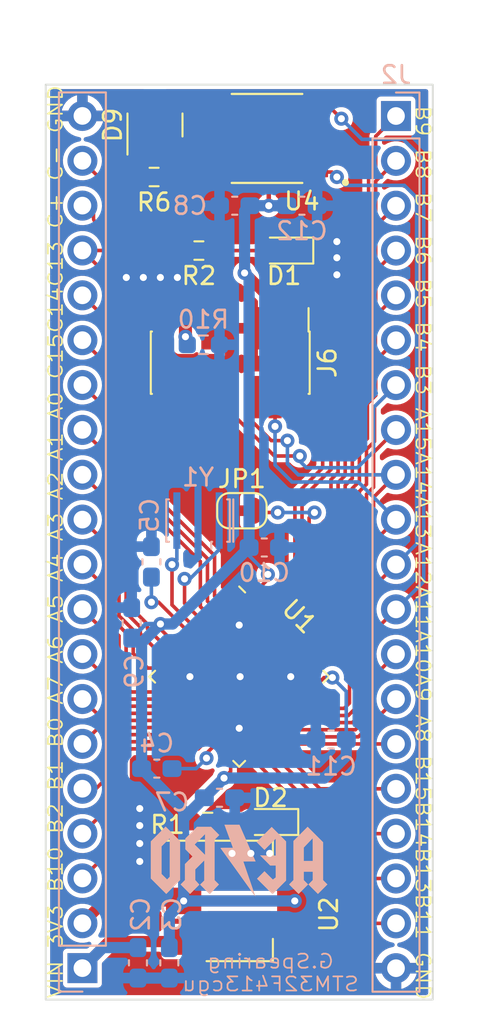
<source format=kicad_pcb>
(kicad_pcb (version 20211014) (generator pcbnew)
  (layers (0 "F.Cu" signal) (31 "B.Cu" signal) (34 "B.Paste" user) (35 "F.Paste" user) (36 "B.SilkS" user "B.Silkscreen") (37 "F.SilkS" user "F.Silkscreen") (38 "B.Mask" user) (39 "F.Mask" user) (44 "Edge.Cuts" user))
  (net 0 "")
  (net 1 "VDD")
  (net 2 "GND")
  (net 3 "+3V3")
  (net 4 "Net-(C4-Pad1)")
  (net 5 "Net-(C5-Pad1)")
  (net 6 "Net-(D1-Pad2)")
  (net 7 "Net-(D2-Pad2)")
  (net 8 "/CAN_N")
  (net 9 "/CAN_P")
  (net 10 "C13")
  (net 11 "C14")
  (net 12 "C15")
  (net 13 "B0")
  (net 14 "B1")
  (net 15 "B2")
  (net 16 "B3_TRACESWO")
  (net 17 "B4")
  (net 18 "B5")
  (net 19 "B6")
  (net 20 "B7")
  (net 21 "B8")
  (net 22 "B9")
  (net 23 "B10")
  (net 24 "B11")
  (net 25 "B13")
  (net 26 "B14")
  (net 27 "B15")
  (net 28 "A0")
  (net 29 "A1")
  (net 30 "A2")
  (net 31 "A3")
  (net 32 "A4")
  (net 33 "A5")
  (net 34 "A6")
  (net 35 "A7")
  (net 36 "A8")
  (net 37 "A9")
  (net 38 "A10")
  (net 39 "A11")
  (net 40 "A12")
  (net 41 "A13_SWDIO")
  (net 42 "A14_SWCLK")
  (net 43 "A15")
  (net 48 "Net-(J6-Pad11)")
  (net 52 "Net-(U1-Pad44)")
  (net 54 "Net-(U1-Pad5)")
  (net 55 "Net-(U1-Pad6)")
  (footprint "LED_SMD:LED_0603_1608Metric_Pad1.05x0.95mm_HandSolder" (layer "F.Cu") (at 155.3578 99.6696 180)
    (fp_text reference "D2")
    (fp_text value "LED")
  )
  (footprint "Resistor_SMD:R_0603_1608Metric_Pad0.98x0.95mm_HandSolder" (layer "F.Cu") (at 151.892 99.6696 180)
    (fp_text reference "R1")
    (fp_text value "330")
  )
  (footprint "Resistor_SMD:R_0603_1608Metric_Pad0.98x0.95mm_HandSolder" (layer "F.Cu") (at 151.384 67.31 180)
    (fp_text reference "R2")
    (fp_text value "330")
  )
  (footprint "AERO_Footprints:SOIC127P600X175-8N" (layer "F.Cu") (at 155.247 60.96 180)
    (fp_text reference "U4")
    (fp_text value "MAX33054EASA+T")
  )
  (footprint "Jumper:SolderJumper-2_P1.3mm_Bridged_RoundedPad1.0x1.5mm" (layer "F.Cu") (at 153.8224 82.042)
    (fp_text reference "JP1")
    (fp_text value "SolderJumper_2_Bridged")
  )
  (footprint "Package_DFN_QFN:QFN-48-1EP_7x7mm_P0.5mm_EP5.6x5.6mm" (layer "F.Cu") (at 153.67 91.44 -45)
    (fp_text reference "U1")
    (fp_text value "STM32F413CGUx")
  )
  (footprint "Resistor_SMD:R_0603_1608Metric_Pad0.98x0.95mm_HandSolder" (layer "F.Cu") (at 148.844 63.1444 180)
    (fp_text reference "R6")
    (fp_text value "120")
  )
  (footprint "Package_TO_SOT_SMD:SOT-223-3_TabPin2" (layer "F.Cu") (at 153.67 104.14)
    (fp_text reference "U2")
    (fp_text value "LD1117S33TR_SOT223")
  )
  (footprint "Connector_PinHeader_1.27mm:PinHeader_2x07_P1.27mm_Vertical_SMD" (layer "F.Cu") (at 153.162 73.66 -90)
    (fp_text reference "J6")
    (fp_text value "FTSH-107-01-F-DV-K")
  )
  (footprint "Package_TO_SOT_SMD:SOT-23" (layer "F.Cu") (at 148.8948 60.198 90)
    (fp_text reference "D9")
    (fp_text value "DESD2CAN2SOQ-7")
  )
  (footprint "LED_SMD:LED_0603_1608Metric_Pad1.05x0.95mm_HandSolder" (layer "F.Cu") (at 156.21 67.31 180)
    (fp_text reference "D1")
    (fp_text value "LED")
  )
  (footprint "Capacitor_SMD:C_0603_1608Metric_Pad1.08x0.95mm_HandSolder" (layer "B.Cu") (at 157.226 64.77)
    (fp_text reference "C12")
    (fp_text value "0.1u")
  )
  (footprint "Capacitor_SMD:C_0603_1608Metric_Pad1.08x0.95mm_HandSolder" (layer "B.Cu") (at 158.877 94.996 180)
    (fp_text reference "C11")
    (fp_text value "0.1u")
  )
  (footprint "Capacitor_SMD:C_0603_1608Metric_Pad1.08x0.95mm_HandSolder" (layer "B.Cu") (at 147.574 88.392 90)
    (fp_text reference "C9")
    (fp_text value "0.1u")
  )
  (footprint "Capacitor_SMD:C_0603_1608Metric_Pad1.08x0.95mm_HandSolder" (layer "B.Cu") (at 155.0924 84.1248)
    (fp_text reference "C10")
    (fp_text value "0.1u")
  )
  (footprint "Resistor_SMD:R_0603_1608Metric_Pad0.98x0.95mm_HandSolder" (layer "B.Cu") (at 151.638 72.644 180)
    (fp_text reference "R10")
    (fp_text value "100")
  )
  (footprint "AERO_Footprints:Resonator_SMD_muRata_CSTxExxV-3Pin_3.0x1.1mm_HandSoldering" (layer "B.Cu") (at 151.3348 82.6008 180)
    (fp_text reference "Y1")
    (fp_text value "CSTNE8M00")
  )
  (footprint "Connector_PinHeader_2.54mm:PinHeader_1x20_P2.54mm_Vertical" (layer "B.Cu") (at 162.56 59.69 180)
    (fp_text reference "J2")
    (fp_text value "Conn_01x20")
  )
  (footprint "Capacitor_SMD:C_0603_1608Metric_Pad1.08x0.95mm_HandSolder" (layer "B.Cu") (at 148.6916 84.9376 90)
    (fp_text reference "C5")
    (fp_text value "0.1u")
  )
  (footprint "AERO_Footprints:AERO_Logo_10x4mm" (layer "B.Cu") (at 153.67 101.854 180)
    (fp_text reference "G***" hide)
    (fp_text value "LOGO" hide)
  )
  (footprint "Connector_PinHeader_2.54mm:PinHeader_1x20_P2.54mm_Vertical" (layer "B.Cu") (at 144.78 107.945)
    (fp_text reference "J3" hide)
    (fp_text value "Conn_01x20")
  )
  (footprint "Capacitor_SMD:C_0603_1608Metric_Pad1.08x0.95mm_HandSolder" (layer "B.Cu") (at 149.7076 107.6463 -90)
    (fp_text reference "C3")
    (fp_text value "10u")
  )
  (footprint "Capacitor_SMD:C_0603_1608Metric_Pad1.08x0.95mm_HandSolder" (layer "B.Cu") (at 153.416 64.77 180)
    (fp_text reference "C8")
    (fp_text value "0.1u")
  )
  (footprint "Capacitor_SMD:C_0603_1608Metric_Pad1.08x0.95mm_HandSolder" (layer "B.Cu") (at 148.9975 96.647 180)
    (fp_text reference "C4")
    (fp_text value "4.7u")
  )
  (footprint "Capacitor_SMD:C_0603_1608Metric_Pad1.08x0.95mm_HandSolder" (layer "B.Cu") (at 152.5535 98.298)
    (fp_text reference "C7")
    (fp_text value "0.1u")
  )
  (footprint "Capacitor_SMD:C_0603_1608Metric_Pad1.08x0.95mm_HandSolder" (layer "B.Cu") (at 147.9296 107.6452 -90)
    (fp_text reference "C2")
    (fp_text value ".1u")
  )
  (gr_rect (start 142.6972 57.912) (end 164.6428 109.728) (layer "Edge.Cuts") (width 0.1) (fill none))
  (gr_text "G.Spearing\nSTM32F413cgu" (at 155.448 108.204) (layer "B.SilkS") (effects (font (size 0.8 0.9) (thickness 0.1)) (justify mirror)))
  (gr_text "A12A11A10A9 A8 B15B14B13B11 GND" (at 164.084 96.774 270) (layer "F.SilkS") (effects (font (size 0.8 0.9) (thickness 0.1))))
  (gr_text "B9 B8 B7 B6 B5 B4 B3 A15A14A13" (at 164.084 71.374 270) (layer "F.SilkS") (effects (font (size 0.8 0.9) (thickness 0.1))))
  (gr_text "VIN 3V3 B10 B2 B1 B0 A7 A6 A5 A4 A3 A2" (at 143.256 94.742 90) (layer "F.SilkS") (effects (font (size 0.8 0.9) (thickness 0.1))))
  (gr_text "A1 A0 C15C14C13 C+ C- GND" (at 143.256 68.58 90) (layer "F.SilkS") (effects (font (size 0.8 0.9) (thickness 0.1))))
  (segment (start 150.52 106.44) (end 146.285 106.44) (width 0.635) (layer "F.Cu") (net 1))
  (segment (start 146.285 106.44) (end 144.78 107.945) (width 0.635) (layer "F.Cu") (net 1))
  (segment (start 145.9423 106.7827) (end 144.78 107.945) (width 0.635) (layer "B.Cu") (net 1))
  (segment (start 147.9296 106.7827) (end 145.9423 106.7827) (width 0.635) (layer "B.Cu") (net 1))
  (segment (start 154.509689 87.41833) (end 153.67 88.258019) (width 0.2032) (layer "F.Cu") (net 2))
  (segment (start 153.67 88.258019) (end 153.67 91.44) (width 0.2032) (layer "F.Cu") (net 2))
  (segment (start 156.851981 91.44) (end 153.7208 91.44) (width 0.2032) (layer "F.Cu") (net 2))
  (segment (start 152.609339 91.44) (end 153.67 91.44) (width 0.2032) (layer "F.Cu") (net 2))
  (segment (start 152.830311 95.46167) (end 153.67 94.621981) (width 0.2032) (layer "F.Cu") (net 2))
  (segment (start 150.70899 89.539651) (end 152.609339 91.44) (width 0.2032) (layer "F.Cu") (net 2))
  (segment (start 153.7208 91.44) (end 153.67 91.44) (width 0.2032) (layer "F.Cu") (net 2))
  (segment (start 157.69167 92.279689) (end 156.851981 91.44) (width 0.2032) (layer "F.Cu") (net 2))
  (segment (start 153.67 94.621981) (end 153.67 91.44) (width 0.2032) (layer "F.Cu") (net 2))
  (via (at 153.67 88.519) (size 0.8) (drill 0.4) (layers "F.Cu" "B.Cu") (net 2))
  (via (at 153.7208 91.44) (size 0.8) (drill 0.4) (layers "F.Cu" "B.Cu") (net 2))
  (via (at 153.2636 101.4476) (size 0.8) (drill 0.4) (layers "F.Cu" "B.Cu") (net 2))
  (via (at 148.0312 100.8888) (size 0.8) (drill 0.4) (layers "F.Cu" "B.Cu") (net 2))
  (via (at 147.2692 68.834) (size 0.8) (drill 0.4) (layers "F.Cu" "B.Cu") (net 2))
  (via (at 154.3304 101.4476) (size 0.8) (drill 0.4) (layers "F.Cu" "B.Cu") (net 2))
  (via (at 153.67 94.361) (size 0.8) (drill 0.4) (layers "F.Cu" "B.Cu") (net 2))
  (via (at 159.2072 68.6816) (size 0.8) (drill 0.4) (layers "F.Cu" "B.Cu") (net 2))
  (via (at 156.591 91.44) (size 0.8) (drill 0.4) (layers "F.Cu" "B.Cu") (net 2))
  (via (at 150.876 91.44) (size 0.8) (drill 0.4) (layers "F.Cu" "B.Cu") (net 2))
  (via (at 155.3972 101.4476) (size 0.8) (drill 0.4) (layers "F.Cu" "B.Cu") (net 2))
  (via (at 148.2344 68.834) (size 0.8) (drill 0.4) (layers "F.Cu" "B.Cu") (net 2))
  (via (at 150.1648 68.834) (size 0.8) (drill 0.4) (layers "F.Cu" "B.Cu") (net 2))
  (via (at 159.2072 67.7164) (size 0.8) (drill 0.4) (layers "F.Cu" "B.Cu") (net 2))
  (via (at 148.0312 101.9048) (size 0.8) (drill 0.4) (layers "F.Cu" "B.Cu") (net 2))
  (via (at 159.2072 66.802) (size 0.8) (drill 0.4) (layers "F.Cu" "B.Cu") (net 2))
  (via (at 148.0312 98.9076) (size 0.8) (drill 0.4) (layers "F.Cu" "B.Cu") (net 2))
  (via (at 149.1996 68.834) (size 0.8) (drill 0.4) (layers "F.Cu" "B.Cu") (net 2))
  (via (at 148.0312 99.8728) (size 0.8) (drill 0.4) (layers "F.Cu" "B.Cu") (net 2))
  (segment (start 149.7076 108.5088) (end 147.9307 108.5088) (width 0.635) (layer "B.Cu") (net 2))
  (segment (start 147.9307 108.5088) (end 147.9296 108.5077) (width 0.635) (layer "B.Cu") (net 2))
  (segment (start 146.045 104.14) (end 150.52 104.14) (width 0.635) (layer "F.Cu") (net 3))
  (segment (start 153.183864 96.805136) (end 152.8086 97.1804) (width 0.2032) (layer "F.Cu") (net 3))
  (segment (start 154.4066 59.055) (end 152.772 59.055) (width 0.254) (layer "F.Cu") (net 3))
  (segment (start 153.9748 68.58) (end 155.702 70.3072) (width 0.635) (layer "F.Cu") (net 3))
  (segment (start 149.203826 88.457193) (end 149.203826 88.741593) (width 0.2032) (layer "F.Cu") (net 3))
  (segment (start 155.2956 85.925313) (end 154.156136 87.064777) (width 0.2032) (layer "F.Cu") (net 3))
  (segment (start 149.203826 88.741593) (end 150.355437 89.893204) (width 0.2032) (layer "F.Cu") (net 3))
  (segment (start 150.9795 99.0095) (end 152.8086 97.1804) (width 0.635) (layer "F.Cu") (net 3))
  (segment (start 155.3464 61.468) (end 155.3464 59.9948) (width 0.254) (layer "F.Cu") (net 3))
  (segment (start 156.4894 60.325) (end 155.3464 61.468) (width 0.254) (layer "F.Cu") (net 3))
  (segment (start 155.2956 85.6488) (end 155.2956 85.925313) (width 0.2032) (layer "F.Cu") (net 3))
  (segment (start 157.722 60.325) (end 156.4894 60.325) (width 0.254) (layer "F.Cu") (net 3))
  (segment (start 150.9795 99.6696) (end 150.9795 99.0095) (width 0.635) (layer "F.Cu") (net 3))
  (segment (start 144.78 105.405) (end 146.045 104.14) (width 0.635) (layer "F.Cu") (net 3))
  (segment (start 153.183864 95.815223) (end 153.183864 96.805136) (width 0.2032) (layer "F.Cu") (net 3))
  (segment (start 155.3464 59.9948) (end 154.4066 59.055) (width 0.254) (layer "F.Cu") (net 3))
  (segment (start 158.480559 91.4908) (end 158.045223 91.926136) (width 0.2032) (layer "F.Cu") (net 3))
  (segment (start 155.3464 61.468) (end 155.3464 64.77) (width 0.254) (layer "F.Cu") (net 3))
  (segment (start 156.82 104.14) (end 150.52 104.14) (width 0.635) (layer "F.Cu") (net 3))
  (segment (start 155.702 70.3072) (end 155.702 71.71) (width 0.635) (layer "F.Cu") (net 3))
  (segment (start 158.9532 91.4908) (end 158.480559 91.4908) (width 0.2032) (layer "F.Cu") (net 3))
  (via (at 152.8086 97.1804) (size 0.8) (drill 0.4) (layers "F.Cu" "B.Cu") (net 3))
  (via (at 156.82 104.14) (size 0.8) (drill 0.4) (layers "F.Cu" "B.Cu") (net 3))
  (via (at 158.9532 91.4908) (size 0.8) (drill 0.4) (layers "F.Cu" "B.Cu") (net 3))
  (via (at 153.9748 68.58) (size 0.8) (drill 0.4) (layers "F.Cu" "B.Cu") (net 3))
  (via (at 155.3464 64.77) (size 0.8) (drill 0.4) (layers "F.Cu" "B.Cu") (net 3))
  (via (at 150.52 104.14) (size 0.8) (drill 0.4) (layers "F.Cu" "B.Cu") (net 3))
  (via (at 155.2956 85.6488) (size 0.8) (drill 0.4) (layers "F.Cu" "B.Cu") (net 3))
  (via (at 149.203826 88.457193) (size 0.8) (drill 0.4) (layers "F.Cu" "B.Cu") (net 3))
  (segment (start 151.691 98.298) (end 152.8086 97.1804) (width 0.635) (layer "B.Cu") (net 3))
  (segment (start 154.2299 84.1248) (end 154.2299 84.5831) (width 0.2032) (layer "B.Cu") (net 3))
  (segment (start 149.203826 88.457193) (end 148.371307 88.457193) (width 0.25) (layer "B.Cu") (net 3))
  (segment (start 154.2299 84.5831) (end 155.2956 85.6488) (width 0.2032) (layer "B.Cu") (net 3))
  (segment (start 148.135 89.526019) (end 149.203826 88.457193) (width 0.635) (layer "B.Cu") (net 3))
  (segment (start 150.52 99.032) (end 148.135 96.647) (width 0.635) (layer "B.Cu") (net 3))
  (segment (start 149.7076 104.9524) (end 150.52 104.14) (width 0.635) (layer "B.Cu") (net 3))
  (segment (start 149.897507 88.457193) (end 149.203826 88.457193) (width 0.635) (layer "B.Cu") (net 3))
  (segment (start 154.2785 64.77) (end 155.3464 64.77) (width 0.635) (layer "B.Cu") (net 3))
  (segment (start 150.52 104.14) (end 150.52 99.469) (width 0.635) (layer "B.Cu") (net 3))
  (segment (start 150.52 104.14) (end 156.82 104.14) (width 0.635) (layer "B.Cu") (net 3))
  (segment (start 150.52 99.469) (end 150.52 99.032) (width 0.635) (layer "B.Cu") (net 3))
  (segment (start 150.52 99.469) (end 151.691 98.298) (width 0.635) (layer "B.Cu") (net 3))
  (segment (start 156.3635 64.77) (end 155.3464 64.77) (width 0.635) (layer "B.Cu") (net 3))
  (segment (start 158.496 97.1804) (end 159.7395 95.9369) (width 0.635) (layer "B.Cu") (net 3))
  (segment (start 149.7076 106.7838) (end 149.7076 104.9524) (width 0.635) (layer "B.Cu") (net 3))
  (segment (start 152.8086 97.1804) (end 158.496 97.1804) (width 0.635) (layer "B.Cu") (net 3))
  (segment (start 153.9748 68.58) (end 153.9748 65.0737) (width 0.635) (layer "B.Cu") (net 3))
  (segment (start 148.135 96.647) (end 148.135 89.526019) (width 0.635) (layer "B.Cu") (net 3))
  (segment (start 159.7395 92.2771) (end 158.9532 91.4908) (width 0.2032) (layer "B.Cu") (net 3))
  (segment (start 154.2299 68.8351) (end 153.9748 68.58) (width 0.635) (layer "B.Cu") (net 3))
  (segment (start 148.371307 88.457193) (end 147.574 89.2545) (width 0.25) (layer "B.Cu") (net 3))
  (segment (start 154.2299 84.1248) (end 149.897507 88.457193) (width 0.635) (layer "B.Cu") (net 3))
  (segment (start 154.2299 84.1248) (end 154.2299 68.8351) (width 0.635) (layer "B.Cu") (net 3))
  (segment (start 153.9748 65.0737) (end 154.2785 64.77) (width 0.635) (layer "B.Cu") (net 3))
  (segment (start 159.7395 95.9369) (end 159.7395 94.996) (width 0.635) (layer "B.Cu") (net 3))
  (segment (start 159.7395 94.996) (end 159.7395 92.2771) (width 0.2032) (layer "B.Cu") (net 3))
  (segment (start 152.476757 95.122443) (end 151.815345 95.783855) (width 0.2032) (layer "F.Cu") (net 4))
  (segment (start 151.815345 95.783855) (end 151.815345 96.052309) (width 0.2032) (layer "F.Cu") (net 4))
  (segment (start 152.476757 95.108116) (end 152.476757 95.122443) (width 0.2032) (layer "F.Cu") (net 4))
  (via (at 151.815345 96.052309) (size 0.8) (drill 0.4) (layers "F.Cu" "B.Cu") (net 4))
  (segment (start 151.815345 96.052309) (end 151.220654 96.647) (width 0.2032) (layer "B.Cu") (net 4))
  (segment (start 151.220654 96.647) (end 149.86 96.647) (width 0.2032) (layer "B.Cu") (net 4))
  (segment (start 148.6916 87.2236) (end 149.100047 87.2236) (width 0.2032) (layer "F.Cu") (net 5))
  (segment (start 149.100047 87.2236) (end 151.062544 89.186097) (width 0.2032) (layer "F.Cu") (net 5))
  (via (at 148.6916 87.2236) (size 0.8) (drill 0.4) (layers "F.Cu" "B.Cu") (net 5))
  (segment (start 148.6916 85.8001) (end 148.6916 87.2236) (width 0.2032) (layer "B.Cu") (net 5))
  (segment (start 155.335 67.31) (end 152.2965 67.31) (width 0.2032) (layer "F.Cu") (net 6))
  (segment (start 154.4828 99.6696) (end 152.8045 99.6696) (width 0.635) (layer "F.Cu") (net 7))
  (segment (start 148.3948 60.6855) (end 148.921583 60.6855) (width 0.2) (layer "F.Cu") (net 8))
  (segment (start 150.9388 60.325) (end 152.772 60.325) (width 0.2) (layer "F.Cu") (net 8))
  (segment (start 148.921583 60.6855) (end 149.508603 60.09848) (width 0.2) (layer "F.Cu") (net 8))
  (segment (start 150.5783 60.495783) (end 150.768017 60.495783) (width 0.2) (layer "F.Cu") (net 8))
  (segment (start 147.9448 61.1355) (end 148.3948 60.6855) (width 0.2) (layer "F.Cu") (net 8))
  (segment (start 150.180997 60.09848) (end 150.5783 60.495783) (width 0.2) (layer "F.Cu") (net 8))
  (segment (start 148.618999 63.831899) (end 147.9315 63.1444) (width 0.2) (layer "F.Cu") (net 8))
  (segment (start 147.4556 64.9006) (end 147.684 64.9006) (width 0.2) (layer "F.Cu") (net 8))
  (segment (start 150.768017 60.495783) (end 150.9388 60.325) (width 0.2) (layer "F.Cu") (net 8))
  (segment (start 147.9315 63.1444) (end 147.9315 61.1488) (width 0.2) (layer "F.Cu") (net 8))
  (segment (start 147.684 64.9006) (end 148.618999 63.965601) (width 0.2) (layer "F.Cu") (net 8))
  (segment (start 144.78 62.225) (end 147.4556 64.9006) (width 0.2) (layer "F.Cu") (net 8))
  (segment (start 149.508603 60.09848) (end 150.180997 60.09848) (width 0.2) (layer "F.Cu") (net 8))
  (segment (start 148.618999 63.965601) (end 148.618999 63.831899) (width 0.2) (layer "F.Cu") (net 8))
  (segment (start 147.9315 61.1488) (end 147.9448 61.1355) (width 0.2) (layer "F.Cu") (net 8))
  (segment (start 145.059 64.765) (end 144.78 64.765) (width 0.2) (layer "F.Cu") (net 9))
  (segment (start 149.7565 63.1444) (end 149.7565 61.2238) (width 0.2) (layer "F.Cu") (net 9))
  (segment (start 149.069001 64.151999) (end 148.718928 64.502071) (width 0.2) (layer "F.Cu") (net 9))
  (segment (start 150.7647 61.1355) (end 151.125199 60.775001) (width 0.2) (layer "F.Cu") (net 9))
  (segment (start 151.125199 60.775001) (end 151.542609 60.775001) (width 0.2) (layer "F.Cu") (net 9))
  (segment (start 145.109 64.765) (end 145.059 64.765) (width 0.2) (layer "F.Cu") (net 9))
  (segment (start 147.269203 65.3506) (end 146.683603 64.765) (width 0.2) (layer "F.Cu") (net 9))
  (segment (start 148.718928 64.502071) (end 148.718927 64.50207) (width 0.2) (layer "F.Cu") (net 9))
  (segment (start 146.683603 64.765) (end 146.309 64.765) (width 0.2) (layer "F.Cu") (net 9))
  (segment (start 147.8704 65.3506) (end 147.269203 65.3506) (width 0.2) (layer "F.Cu") (net 9))
  (segment (start 149.7565 63.1444) (end 149.069001 63.831899) (width 0.2) (layer "F.Cu") (net 9))
  (segment (start 151.542609 60.775001) (end 151.687128 60.91952) (width 0.2) (layer "F.Cu") (net 9))
  (segment (start 145.409 65.465) (end 145.409 65.065) (width 0.2) (layer "F.Cu") (net 9))
  (segment (start 149.069001 63.831899) (end 149.069001 64.151999) (width 0.2) (layer "F.Cu") (net 9))
  (segment (start 151.687128 60.91952) (end 152.09652 60.91952) (width 0.2) (layer "F.Cu") (net 9))
  (segment (start 148.718927 64.926334) (end 149.00177 65.209177) (width 0.2) (layer "F.Cu") (net 9))
  (segment (start 146.009 65.065) (end 146.009 65.465) (width 0.2) (layer "F.Cu") (net 9))
  (segment (start 149.8448 61.1355) (end 150.7647 61.1355) (width 0.2) (layer "F.Cu") (net 9))
  (segment (start 149.7565 61.2238) (end 149.8448 61.1355) (width 0.2) (layer "F.Cu") (net 9))
  (segment (start 148.577506 65.633442) (end 148.294664 65.3506) (width 0.2) (layer "F.Cu") (net 9))
  (segment (start 152.09652 60.91952) (end 152.772 61.595) (width 0.2) (layer "F.Cu") (net 9))
  (segment (start 149.00177 65.209177) (end 149.00177 65.209176) (width 0.2) (layer "F.Cu") (net 9))
  (arc (start 149.00177 65.633442) (mid 148.789638 65.72131) (end 148.577506 65.633442) (width 0.2) (layer "F.Cu") (net 9))
  (arc (start 148.718927 64.50207) (mid 148.631059 64.714202) (end 148.718927 64.926334) (width 0.2) (layer "F.Cu") (net 9))
  (arc (start 145.409 65.065) (mid 145.321132 64.852868) (end 145.109 64.765) (width 0.2) (layer "F.Cu") (net 9))
  (arc (start 146.009 65.465) (mid 145.921132 65.677132) (end 145.709 65.765) (width 0.2) (layer "F.Cu") (net 9))
  (arc (start 146.309 64.765) (mid 146.096868 64.852868) (end 146.009 65.065) (width 0.2) (layer "F.Cu") (net 9))
  (arc (start 149.00177 65.209176) (mid 149.089638 65.421309) (end 149.00177 65.633442) (width 0.2) (layer "F.Cu") (net 9))
  (arc (start 148.294664 65.3506) (mid 148.082532 65.262732) (end 147.8704 65.3506) (width 0.2) (layer "F.Cu") (net 9))
  (arc (start 145.709 65.765) (mid 145.496868 65.677132) (end 145.409 65.465) (width 0.2) (layer "F.Cu") (net 9))
  (segment (start 146.45272 72.918656) (end 146.85544 73.321376) (width 0.2032) (layer "F.Cu") (net 10))
  (segment (start 150.4715 67.31) (end 150.4665 67.305) (width 0.2032) (layer "F.Cu") (net 10))
  (segment (start 144.78 67.305) (end 146.05 68.575) (width 0.2032) (layer "F.Cu") (net 10))
  (segment (start 146.05 68.575) (end 146.05 70.485) (width 0.2032) (layer "F.Cu") (net 10))
  (segment (start 146.45272 70.88772) (end 146.45272 72.918656) (width 0.2032) (layer "F.Cu") (net 10))
  (segment (start 152.273 86.868) (end 152.82333 87.41833) (width 0.2032) (layer "F.Cu") (net 10))
  (segment (start 147.25816 77.665032) (end 147.66088 78.067752) (width 0.2032) (layer "F.Cu") (net 10))
  (segment (start 150.4665 67.305) (end 144.78 67.305) (width 0.2032) (layer "F.Cu") (net 10))
  (segment (start 146.85544 75.291844) (end 147.25816 75.694564) (width 0.2032) (layer "F.Cu") (net 10))
  (segment (start 147.25816 75.694564) (end 147.25816 77.665032) (width 0.2032) (layer "F.Cu") (net 10))
  (segment (start 146.05 70.485) (end 146.45272 70.88772) (width 0.2032) (layer "F.Cu") (net 10))
  (segment (start 146.85544 73.321376) (end 146.85544 75.291844) (width 0.2032) (layer "F.Cu") (net 10))
  (segment (start 152.82333 87.41833) (end 152.830311 87.41833) (width 0.2032) (layer "F.Cu") (net 10))
  (segment (start 147.66088 78.067752) (end 147.66088 79.973816) (width 0.2032) (layer "F.Cu") (net 10))
  (segment (start 152.273 86.868) (end 152.273 84.585936) (width 0.2032) (layer "F.Cu") (net 10))
  (segment (start 152.273 84.585936) (end 147.66088 79.973816) (width 0.2032) (layer "F.Cu") (net 10))
  (segment (start 146.05 73.085468) (end 146.45272 73.488188) (width 0.2032) (layer "F.Cu") (net 11))
  (segment (start 146.05 71.115) (end 146.05 73.085468) (width 0.2032) (layer "F.Cu") (net 11))
  (segment (start 151.87028 87.165407) (end 151.87028 84.752748) (width 0.2032) (layer "F.Cu") (net 11))
  (segment (start 151.87028 87.165407) (end 152.476757 87.771884) (width 0.2032) (layer "F.Cu") (net 11))
  (segment (start 146.85544 77.831844) (end 147.25816 78.234564) (width 0.2032) (layer "F.Cu") (net 11))
  (segment (start 144.78 69.845) (end 146.05 71.115) (width 0.2032) (layer "F.Cu") (net 11))
  (segment (start 147.25816 78.234564) (end 147.25816 80.140628) (width 0.2032) (layer "F.Cu") (net 11))
  (segment (start 146.45272 75.458656) (end 146.85544 75.861376) (width 0.2032) (layer "F.Cu") (net 11))
  (segment (start 151.87028 84.752748) (end 147.25816 80.140628) (width 0.2032) (layer "F.Cu") (net 11))
  (segment (start 146.45272 73.488188) (end 146.45272 75.458656) (width 0.2032) (layer "F.Cu") (net 11))
  (segment (start 146.85544 75.861376) (end 146.85544 77.831844) (width 0.2032) (layer "F.Cu") (net 11))
  (segment (start 146.85544 78.401376) (end 146.85544 80.30744) (width 0.2032) (layer "F.Cu") (net 12))
  (segment (start 151.46756 87.469793) (end 151.46756 84.91956) (width 0.2032) (layer "F.Cu") (net 12))
  (segment (start 144.78 72.385) (end 146.05 73.655) (width 0.2032) (layer "F.Cu") (net 12))
  (segment (start 146.05 75.625468) (end 146.45272 76.028188) (width 0.2032) (layer "F.Cu") (net 12))
  (segment (start 151.46756 87.469793) (end 152.123204 88.125437) (width 0.2032) (layer "F.Cu") (net 12))
  (segment (start 146.45272 76.028188) (end 146.45272 77.998656) (width 0.2032) (layer "F.Cu") (net 12))
  (segment (start 146.45272 77.998656) (end 146.85544 78.401376) (width 0.2032) (layer "F.Cu") (net 12))
  (segment (start 146.05 73.655) (end 146.05 75.625468) (width 0.2032) (layer "F.Cu") (net 12))
  (segment (start 151.46756 84.91956) (end 146.85544 80.30744) (width 0.2032) (layer "F.Cu") (net 12))
  (segment (start 150.435567 94.32088) (end 145.70412 94.32088) (width 0.2032) (layer "F.Cu") (net 13))
  (segment (start 151.062544 93.693903) (end 150.435567 94.32088) (width 0.2032) (layer "F.Cu") (net 13))
  (segment (start 145.70412 94.32088) (end 144.78 95.245) (width 0.2032) (layer "F.Cu") (net 13))
  (segment (start 145.547 97.785) (end 144.78 97.785) (width 0.2032) (layer "F.Cu") (net 14))
  (segment (start 150.739953 94.7236) (end 147.0844 94.7236) (width 0.2032) (layer "F.Cu") (net 14))
  (segment (start 151.416097 94.047456) (end 150.739953 94.7236) (width 0.2032) (layer "F.Cu") (net 14))
  (segment (start 147.0844 94.7236) (end 146.304 95.504) (width 0.2032) (layer "F.Cu") (net 14))
  (segment (start 146.304 97.028) (end 145.547 97.785) (width 0.2032) (layer "F.Cu") (net 14))
  (segment (start 146.304 95.504) (end 146.304 97.028) (width 0.2032) (layer "F.Cu") (net 14))
  (segment (start 151.044341 95.12632) (end 147.31668 95.12632) (width 0.2032) (layer "F.Cu") (net 15))
  (segment (start 146.70672 98.39828) (end 144.78 100.325) (width 0.2032) (layer "F.Cu") (net 15))
  (segment (start 147.31668 95.12632) (end 146.70672 95.73628) (width 0.2032) (layer "F.Cu") (net 15))
  (segment (start 146.70672 95.73628) (end 146.70672 98.39828) (width 0.2032) (layer "F.Cu") (net 15))
  (segment (start 151.769651 94.40101) (end 151.044341 95.12632) (width 0.2032) (layer "F.Cu") (net 15))
  (segment (start 159.648354 83.75305) (end 159.648354 87.693986) (width 0.2032) (layer "F.Cu") (net 16))
  (segment (start 160.88728 78.573188) (end 160.88728 80.543656) (width 0.2032) (layer "F.Cu") (net 16))
  (segment (start 155.6652 78.9432) (end 157.1042 78.9432) (width 0.2032) (layer "F.Cu") (net 16))
  (segment (start 160.48456 82.916844) (end 159.648354 83.75305) (width 0.2032) (layer "F.Cu") (net 16))
  (segment (start 153.162 75.61) (end 153.162 76.44) (width 0.2032) (layer "F.Cu") (net 16))
  (segment (start 158.70656 88.63578) (end 158.70656 88.89264) (width 0.2032) (layer "F.Cu") (net 16))
  (segment (start 159.648354 87.693986) (end 158.70656 88.63578) (width 0.2032) (layer "F.Cu") (net 16))
  (segment (start 157.352443 90.246757) (end 157.338116 90.246757) (width 0.2032) (layer "F.Cu") (net 16))
  (segment (start 160.88728 80.543656) (end 160.48456 80.946376) (width 0.2032) (layer "F.Cu") (net 16))
  (segment (start 153.162 76.44) (end 155.6652 78.9432) (width 0.2032) (layer "F.Cu") (net 16))
  (segment (start 160.48456 80.946376) (end 160.48456 82.916844) (width 0.2032) (layer "F.Cu") (net 16))
  (segment (start 158.70656 88.89264) (end 157.352443 90.246757) (width 0.2032) (layer "F.Cu") (net 16))
  (segment (start 161.3408 76.1492) (end 161.3408 78.119668) (width 0.2032) (layer "F.Cu") (net 16))
  (segment (start 162.56 74.93) (end 161.3408 76.1492) (width 0.2032) (layer "F.Cu") (net 16))
  (segment (start 161.3408 78.119668) (end 160.88728 78.573188) (width 0.2032) (layer "F.Cu") (net 16))
  (via (at 157.1042 78.9432) (size 0.8) (drill 0.4) (layers "F.Cu" "B.Cu") (net 16))
  (segment (start 157.48368 79.60728) (end 160.37192 79.60728) (width 0.2032) (layer "B.Cu") (net 16))
  (segment (start 157.1042 78.9432) (end 157.1042 79.2278) (width 0.2032) (layer "B.Cu") (net 16))
  (segment (start 160.37192 79.60728) (end 161.29 78.6892) (width 0.2032) (layer "B.Cu") (net 16))
  (segment (start 161.29 76.2) (end 162.56 74.93) (width 0.2032) (layer "B.Cu") (net 16))
  (segment (start 157.1042 79.2278) (end 157.48368 79.60728) (width 0.2032) (layer "B.Cu") (net 16))
  (segment (start 161.29 78.6892) (end 161.29 76.2) (width 0.2032) (layer "B.Cu") (net 16))
  (segment (start 162.56 72.39) (end 161.408889 73.541111) (width 0.2032) (layer "F.Cu") (net 17))
  (segment (start 160.93808 77.952856) (end 160.48456 78.406376) (width 0.2032) (layer "F.Cu") (net 17))
  (segment (start 160.48456 78.406376) (end 160.48456 80.376844) (width 0.2032) (layer "F.Cu") (net 17))
  (segment (start 158.30384 88.468968) (end 158.30384 88.573927) (width 0.2032) (layer "F.Cu") (net 17))
  (segment (start 160.08184 80.779564) (end 160.08184 82.750032) (width 0.2032) (layer "F.Cu") (net 17))
  (segment (start 161.411634 75.508834) (end 160.93808 75.982388) (width 0.2032) (layer "F.Cu") (net 17))
  (segment (start 159.245634 87.527174) (end 158.30384 88.468968) (width 0.2032) (layer "F.Cu") (net 17))
  (segment (start 160.93808 75.982388) (end 160.93808 77.952856) (width 0.2032) (layer "F.Cu") (net 17))
  (segment (start 161.408889 73.541111) (end 161.408889 75.506089) (width 0.2032) (layer "F.Cu") (net 17))
  (segment (start 159.245634 83.586238) (end 159.245634 87.527174) (width 0.2032) (layer "F.Cu") (net 17))
  (segment (start 158.30384 88.573927) (end 156.984563 89.893204) (width 0.2032) (layer "F.Cu") (net 17))
  (segment (start 160.48456 80.376844) (end 160.08184 80.779564) (width 0.2032) (layer "F.Cu") (net 17))
  (segment (start 160.08184 82.750032) (end 159.245634 83.586238) (width 0.2032) (layer "F.Cu") (net 17))
  (segment (start 161.408889 75.506089) (end 161.411634 75.508834) (width 0.2032) (layer "F.Cu") (net 17))
  (segment (start 161.006169 75.344767) (end 160.53536 75.815576) (width 0.2032) (layer "F.Cu") (net 18))
  (segment (start 159.67912 80.612752) (end 159.67912 82.58322) (width 0.2032) (layer "F.Cu") (net 18))
  (segment (start 159.67912 82.58322) (end 158.842914 83.419426) (width 0.2032) (layer "F.Cu") (net 18))
  (segment (start 160.08184 78.239564) (end 160.08184 80.210032) (width 0.2032) (layer "F.Cu") (net 18))
  (segment (start 160.53536 77.786044) (end 160.08184 78.239564) (width 0.2032) (layer "F.Cu") (net 18))
  (segment (start 161.3916 72.988868) (end 161.006169 73.374299) (width 0.2032) (layer "F.Cu") (net 18))
  (segment (start 161.3916 71.029132) (end 161.3916 72.988868) (width 0.2032) (layer "F.Cu") (net 18))
  (segment (start 158.842914 87.360362) (end 156.663625 89.539651) (width 0.2032) (layer "F.Cu") (net 18))
  (segment (start 158.842914 83.419426) (end 158.842914 87.360362) (width 0.2032) (layer "F.Cu") (net 18))
  (segment (start 160.08184 80.210032) (end 159.67912 80.612752) (width 0.2032) (layer "F.Cu") (net 18))
  (segment (start 160.53536 75.815576) (end 160.53536 77.786044) (width 0.2032) (layer "F.Cu") (net 18))
  (segment (start 156.663625 89.539651) (end 156.63101 89.539651) (width 0.2032) (layer "F.Cu") (net 18))
  (segment (start 161.006169 73.374299) (end 161.006169 75.344767) (width 0.2032) (layer "F.Cu") (net 18))
  (segment (start 161.386234 71.023766) (end 161.3916 71.029132) (width 0.2032) (layer "F.Cu") (net 18))
  (segment (start 162.56 69.85) (end 161.386234 71.023766) (width 0.2032) (layer "F.Cu") (net 18))
  (segment (start 158.440194 87.025406) (end 156.279503 89.186097) (width 0.2032) (layer "F.Cu") (net 19))
  (segment (start 158.440194 83.252614) (end 158.440194 87.025406) (width 0.2032) (layer "F.Cu") (net 19))
  (segment (start 161.408889 70.431579) (end 160.983514 70.856954) (width 0.2032) (layer "F.Cu") (net 19))
  (segment (start 160.98888 72.822056) (end 160.603449 73.207487) (width 0.2032) (layer "F.Cu") (net 19))
  (segment (start 160.983514 72.81669) (end 160.98888 72.822056) (width 0.2032) (layer "F.Cu") (net 19))
  (segment (start 160.13264 75.648764) (end 160.13264 77.619232) (width 0.2032) (layer "F.Cu") (net 19))
  (segment (start 160.603449 75.177955) (end 160.13264 75.648764) (width 0.2032) (layer "F.Cu") (net 19))
  (segment (start 159.67912 80.04322) (end 159.2764 80.44594) (width 0.2032) (layer "F.Cu") (net 19))
  (segment (start 156.279503 89.186097) (end 156.277456 89.186097) (width 0.2032) (layer "F.Cu") (net 19))
  (segment (start 159.2764 82.416408) (end 158.440194 83.252614) (width 0.2032) (layer "F.Cu") (net 19))
  (segment (start 160.983514 70.856954) (end 160.983514 72.81669) (width 0.2032) (layer "F.Cu") (net 19))
  (segment (start 159.67912 78.072752) (end 159.67912 80.04322) (width 0.2032) (layer "F.Cu") (net 19))
  (segment (start 159.2764 80.44594) (end 159.2764 82.416408) (width 0.2032) (layer "F.Cu") (net 19))
  (segment (start 160.603449 73.207487) (end 160.603449 75.177955) (width 0.2032) (layer "F.Cu") (net 19))
  (segment (start 162.56 67.31) (end 161.408889 68.461111) (width 0.2032) (layer "F.Cu") (net 19))
  (segment (start 161.408889 68.461111) (end 161.408889 70.431579) (width 0.2032) (layer "F.Cu") (net 19))
  (segment (start 160.13264 77.619232) (end 159.67912 78.072752) (width 0.2032) (layer "F.Cu") (net 19))
  (segment (start 155.923903 88.832544) (end 156.023456 88.832544) (width 0.2032) (layer "F.Cu") (net 20))
  (segment (start 156.023456 88.832544) (end 158.037474 86.818526) (width 0.2032) (layer "F.Cu") (net 20))
  (segment (start 158.037474 86.818526) (end 158.037474 83.085802) (width 0.2032) (layer "F.Cu") (net 20))
  (segment (start 162.56 64.77) (end 161.408889 65.921111) (width 0.2032) (layer "F.Cu") (net 20))
  (segment (start 161.006169 70.264767) (end 161.006169 68.294299) (width 0.2032) (layer "F.Cu") (net 20))
  (segment (start 160.200729 73.040675) (end 160.580794 72.66061) (width 0.2032) (layer "F.Cu") (net 20))
  (segment (start 160.580794 72.66061) (end 160.580794 70.690142) (width 0.2032) (layer "F.Cu") (net 20))
  (segment (start 160.200729 75.011143) (end 160.200729 73.040675) (width 0.2032) (layer "F.Cu") (net 20))
  (segment (start 158.87368 80.279128) (end 159.2764 79.876408) (width 0.2032) (layer "F.Cu") (net 20))
  (segment (start 159.2764 79.876408) (end 159.2764 77.90594) (width 0.2032) (layer "F.Cu") (net 20))
  (segment (start 161.408889 65.921111) (end 161.408889 67.891579) (width 0.2032) (layer "F.Cu") (net 20))
  (segment (start 159.2764 77.90594) (end 159.72992 77.45242) (width 0.2032) (layer "F.Cu") (net 20))
  (segment (start 158.037474 83.085802) (end 158.87368 82.249596) (width 0.2032) (layer "F.Cu") (net 20))
  (segment (start 159.72992 75.481952) (end 160.200729 75.011143) (width 0.2032) (layer "F.Cu") (net 20))
  (segment (start 158.87368 82.249596) (end 158.87368 80.279128) (width 0.2032) (layer "F.Cu") (net 20))
  (segment (start 159.72992 77.45242) (end 159.72992 75.481952) (width 0.2032) (layer "F.Cu") (net 20))
  (segment (start 160.580794 70.690142) (end 161.006169 70.264767) (width 0.2032) (layer "F.Cu") (net 20))
  (segment (start 161.006169 68.294299) (end 161.408889 67.891579) (width 0.2032) (layer "F.Cu") (net 20))
  (segment (start 160.178074 70.52333) (end 160.603449 70.097955) (width 0.2032) (layer "F.Cu") (net 21))
  (segment (start 158.87368 77.739128) (end 159.3272 77.285608) (width 0.2032) (layer "F.Cu") (net 21))
  (segment (start 159.3272 77.285608) (end 159.3272 75.31514) (width 0.2032) (layer "F.Cu") (net 21))
  (segment (start 160.178074 72.493798) (end 160.178074 70.52333) (width 0.2032) (layer "F.Cu") (net 21))
  (segment (start 155.257363 88.125437) (end 157.232034 86.150766) (width 0.2032) (layer "F.Cu") (net 21))
  (segment (start 161.006169 65.754299) (end 161.408889 65.351579) (width 0.2032) (layer "F.Cu") (net 21))
  (segment (start 155.216796 88.125437) (end 155.257363 88.125437) (width 0.2032) (layer "F.Cu") (net 21))
  (segment (start 159.798009 72.873863) (end 160.178074 72.493798) (width 0.2032) (layer "F.Cu") (net 21))
  (segment (start 161.408889 63.381111) (end 161.408889 65.351579) (width 0.2032) (layer "F.Cu") (net 21))
  (segment (start 159.798009 74.844331) (end 159.798009 72.873863) (width 0.2032) (layer "F.Cu") (net 21))
  (segment (start 158.87368 79.709596) (end 158.87368 77.739128) (width 0.2032) (layer "F.Cu") (net 21))
  (segment (start 161.006169 67.724767) (end 161.006169 65.754299) (width 0.2032) (layer "F.Cu") (net 21))
  (segment (start 159.3272 75.31514) (end 159.798009 74.844331) (width 0.2032) (layer "F.Cu") (net 21))
  (segment (start 160.603449 68.127487) (end 161.006169 67.724767) (width 0.2032) (layer "F.Cu") (net 21))
  (segment (start 157.232034 86.150766) (end 157.232034 81.351242) (width 0.2032) (layer "F.Cu") (net 21))
  (segment (start 162.56 62.23) (end 161.408889 63.381111) (width 0.2032) (layer "F.Cu") (net 21))
  (segment (start 160.603449 70.097955) (end 160.603449 68.127487) (width 0.2032) (layer "F.Cu") (net 21))
  (segment (start 157.232034 81.351242) (end 158.87368 79.709596) (width 0.2032) (layer "F.Cu") (net 21))
  (segment (start 154.863243 87.771884) (end 154.899716 87.771884) (width 0.2032) (layer "F.Cu") (net 22))
  (segment (start 159.395289 72.707051) (end 159.775354 72.326986) (width 0.2032) (layer "F.Cu") (net 22))
  (segment (start 161.408889 60.841111) (end 161.408889 62.806089) (width 0.2032) (layer "F.Cu") (net 22))
  (segment (start 156.829314 85.842286) (end 156.829314 81.6356) (width 0.2032) (layer "F.Cu") (net 22))
  (segment (start 160.603449 67.557955) (end 160.603449 65.57912) (width 0.2032) (layer "F.Cu") (net 22))
  (segment (start 161.408889 62.806089) (end 161.411634 62.808834) (width 0.2032) (layer "F.Cu") (net 22))
  (segment (start 162.56 59.69) (end 161.408889 60.841111) (width 0.2032) (layer "F.Cu") (net 22))
  (segment (start 160.200729 67.960675) (end 160.603449 67.557955) (width 0.2032) (layer "F.Cu") (net 22))
  (segment (start 159.775354 70.356518) (end 160.200729 69.931143) (width 0.2032) (layer "F.Cu") (net 22))
  (segment (start 154.899716 87.771884) (end 156.829314 85.842286) (width 0.2032) (layer "F.Cu") (net 22))
  (segment (start 158.92448 75.148328) (end 159.395289 74.677519) (width 0.2032) (layer "F.Cu") (net 22))
  (segment (start 158.402272 79.611472) (end 158.402272 77.641004) (width 0.2032) (layer "F.Cu") (net 22))
  (segment (start 161.006169 63.214299) (end 161.411634 62.808834) (width 0.2032) (layer "F.Cu") (net 22))
  (segment (start 158.92448 77.118796) (end 158.92448 75.148328) (width 0.2032) (layer "F.Cu") (net 22))
  (segment (start 156.829314 81.18443) (end 158.402272 79.611472) (width 0.2032) (layer "F.Cu") (net 22))
  (segment (start 160.200729 69.931143) (end 160.200729 67.960675) (width 0.2032) (layer "F.Cu") (net 22))
  (segment (start 159.775354 72.326986) (end 159.775354 70.356518) (width 0.2032) (layer "F.Cu") (net 22))
  (segment (start 160.603449 65.57912) (end 160.611816 65.57912) (width 0.2032) (layer "F.Cu") (net 22))
  (segment (start 158.402272 77.641004) (end 158.92448 77.118796) (width 0.2032) (layer "F.Cu") (net 22))
  (segment (start 161.006169 65.184767) (end 161.006169 63.214299) (width 0.2032) (layer "F.Cu") (net 22))
  (segment (start 159.395289 74.677519) (end 159.395289 72.707051) (width 0.2032) (layer "F.Cu") (net 22))
  (segment (start 156.829314 81.6356) (end 156.829314 81.18443) (width 0.2032) (layer "F.Cu") (net 22))
  (segment (start 160.611816 65.57912) (end 161.006169 65.184767) (width 0.2032) (layer "F.Cu") (net 22))
  (segment (start 151.348727 95.52904) (end 147.54896 95.52904) (width 0.2032) (layer "F.Cu") (net 23))
  (segment (start 147.10944 95.96856) (end 147.10944 100.53556) (width 0.2032) (layer "F.Cu") (net 23))
  (segment (start 152.123204 94.754563) (end 151.348727 95.52904) (width 0.2032) (layer "F.Cu") (net 23))
  (segment (start 147.54896 95.52904) (end 147.10944 95.96856) (width 0.2032) (layer "F.Cu") (net 23))
  (segment (start 147.10944 100.53556) (end 144.78 102.865) (width 0.2032) (layer "F.Cu") (net 23))
  (segment (start 154.156136 95.815223) (end 158.369 100.028087) (width 0.2032) (layer "F.Cu") (net 24))
  (segment (start 158.369 102.489) (end 161.29 105.41) (width 0.2032) (layer "F.Cu") (net 24))
  (segment (start 158.369 100.028087) (end 158.369 102.489) (width 0.2032) (layer "F.Cu") (net 24))
  (segment (start 161.29 105.41) (end 162.56 105.41) (width 0.2032) (layer "F.Cu") (net 24))
  (segment (start 154.509689 95.46167) (end 158.77172 99.723701) (width 0.2032) (layer "F.Cu") (net 25))
  (segment (start 158.77172 99.723701) (end 158.77172 101.981) (width 0.2032) (layer "F.Cu") (net 25))
  (segment (start 158.77172 101.981) (end 159.66072 102.87) (width 0.2032) (layer "F.Cu") (net 25))
  (segment (start 159.66072 102.87) (end 162.56 102.87) (width 0.2032) (layer "F.Cu") (net 25))
  (segment (start 154.863243 95.108116) (end 160.085127 100.33) (width 0.2032) (layer "F.Cu") (net 26))
  (segment (start 160.085127 100.33) (end 162.56 100.33) (width 0.2032) (layer "F.Cu") (net 26))
  (segment (start 158.252233 97.79) (end 162.56 97.79) (width 0.2032) (layer "F.Cu") (net 27))
  (segment (start 155.216796 94.754563) (end 158.252233 97.79) (width 0.2032) (layer "F.Cu") (net 27))
  (segment (start 147.25816 83.314564) (end 147.25816 85.217) (width 0.2032) (layer "F.Cu") (net 28))
  (segment (start 148.46632 88.46366) (end 148.46632 88.711193) (width 0.2032) (layer "F.Cu") (net 28))
  (segment (start 146.05 78.165468) (end 146.45272 78.568188) (width 0.2032) (layer "F.Cu") (net 28))
  (segment (start 147.25816 85.217) (end 147.66088 85.61972) (width 0.2032) (layer "F.Cu") (net 28))
  (segment (start 146.45272 80.538656) (end 146.825206 80.911142) (width 0.2032) (layer "F.Cu") (net 28))
  (segment (start 144.78 74.925) (end 146.05 76.195) (width 0.2032) (layer "F.Cu") (net 28))
  (segment (start 147.66088 85.61972) (end 147.66088 87.65822) (width 0.2032) (layer "F.Cu") (net 28))
  (segment (start 146.825206 80.911142) (end 146.825206 82.88161) (width 0.2032) (layer "F.Cu") (net 28))
  (segment (start 146.825206 82.88161) (end 147.25816 83.314564) (width 0.2032) (layer "F.Cu") (net 28))
  (segment (start 148.46632 88.711193) (end 150.001884 90.246757) (width 0.2032) (layer "F.Cu") (net 28))
  (segment (start 146.05 76.195) (end 146.05 78.165468) (width 0.2032) (layer "F.Cu") (net 28))
  (segment (start 147.66088 87.65822) (end 148.46632 88.46366) (width 0.2032) (layer "F.Cu") (net 28))
  (segment (start 146.45272 78.568188) (end 146.45272 80.538656) (width 0.2032) (layer "F.Cu") (net 28))
  (segment (start 148.0636 89.0086) (end 149.64833 90.59333) (width 0.2032) (layer "F.Cu") (net 29))
  (segment (start 146.05 78.735) (end 146.05 80.705468) (width 0.2032) (layer "F.Cu") (net 29))
  (segment (start 148.0636 88.630472) (end 148.0636 89.0086) (width 0.2032) (layer "F.Cu") (net 29))
  (segment (start 146.422486 81.077954) (end 146.422486 83.048422) (width 0.2032) (layer "F.Cu") (net 29))
  (segment (start 146.05 80.705468) (end 146.422486 81.077954) (width 0.2032) (layer "F.Cu") (net 29))
  (segment (start 146.85544 83.481376) (end 146.85544 85.451844) (width 0.2032) (layer "F.Cu") (net 29))
  (segment (start 146.422486 83.048422) (end 146.85544 83.481376) (width 0.2032) (layer "F.Cu") (net 29))
  (segment (start 146.85544 85.451844) (end 147.25816 85.854564) (width 0.2032) (layer "F.Cu") (net 29))
  (segment (start 147.25816 87.825032) (end 148.0636 88.630472) (width 0.2032) (layer "F.Cu") (net 29))
  (segment (start 147.25816 85.854564) (end 147.25816 87.825032) (width 0.2032) (layer "F.Cu") (net 29))
  (segment (start 149.64833 90.59333) (end 149.64833 90.600311) (width 0.2032) (layer "F.Cu") (net 29))
  (segment (start 144.78 77.465) (end 146.05 78.735) (width 0.2032) (layer "F.Cu") (net 29))
  (segment (start 148.484864 90.953864) (end 147.66088 90.12988) (width 0.2032) (layer "F.Cu") (net 30))
  (segment (start 146.45272 83.648188) (end 146.019766 83.215234) (width 0.2032) (layer "F.Cu") (net 30))
  (segment (start 146.45272 85.618656) (end 146.45272 83.648188) (width 0.2032) (layer "F.Cu") (net 30))
  (segment (start 147.66088 88.797284) (end 146.85544 87.991844) (width 0.2032) (layer "F.Cu") (net 30))
  (segment (start 146.019766 83.215234) (end 146.019766 81.244766) (width 0.2032) (layer "F.Cu") (net 30))
  (segment (start 146.85544 86.021376) (end 146.45272 85.618656) (width 0.2032) (layer "F.Cu") (net 30))
  (segment (start 146.85544 87.991844) (end 146.85544 86.021376) (width 0.2032) (layer "F.Cu") (net 30))
  (segment (start 147.66088 90.12988) (end 147.66088 88.797284) (width 0.2032) (layer "F.Cu") (net 30))
  (segment (start 146.019766 81.244766) (end 144.78 80.005) (width 0.2032) (layer "F.Cu") (net 30))
  (segment (start 149.294777 90.953864) (end 148.484864 90.953864) (width 0.2032) (layer "F.Cu") (net 30))
  (segment (start 146.05 83.815) (end 144.78 82.545) (width 0.2032) (layer "F.Cu") (net 31))
  (segment (start 146.45272 86.188188) (end 146.05 85.785468) (width 0.2032) (layer "F.Cu") (net 31))
  (segment (start 146.05 85.785468) (end 146.05 83.815) (width 0.2032) (layer "F.Cu") (net 31))
  (segment (start 148.913633 92.30728) (end 147.55228 92.30728) (width 0.2032) (layer "F.Cu") (net 31))
  (segment (start 147.25816 92.01316) (end 147.25816 88.964096) (width 0.2032) (layer "F.Cu") (net 31))
  (segment (start 149.294777 91.926136) (end 148.913633 92.30728) (width 0.2032) (layer "F.Cu") (net 31))
  (segment (start 147.25816 88.964096) (end 146.45272 88.158656) (width 0.2032) (layer "F.Cu") (net 31))
  (segment (start 146.45272 88.158656) (end 146.45272 86.188188) (width 0.2032) (layer "F.Cu") (net 31))
  (segment (start 147.55228 92.30728) (end 147.25816 92.01316) (width 0.2032) (layer "F.Cu") (net 31))
  (segment (start 149.64833 92.279689) (end 149.218019 92.71) (width 0.2032) (layer "F.Cu") (net 32))
  (segment (start 149.218019 92.71) (end 147.189064 92.71) (width 0.2032) (layer "F.Cu") (net 32))
  (segment (start 147.189064 92.71) (end 146.85544 92.376376) (width 0.2032) (layer "F.Cu") (net 32))
  (segment (start 146.85544 89.130908) (end 146.05 88.325468) (width 0.2032) (layer "F.Cu") (net 32))
  (segment (start 146.85544 92.376376) (end 146.85544 89.130908) (width 0.2032) (layer "F.Cu") (net 32))
  (segment (start 146.05 88.325468) (end 146.05 86.355) (width 0.2032) (layer "F.Cu") (net 32))
  (segment (start 146.05 86.355) (end 144.78 85.085) (width 0.2032) (layer "F.Cu") (net 32))
  (segment (start 146.45272 92.543188) (end 146.45272 89.29772) (width 0.2032) (layer "F.Cu") (net 33))
  (segment (start 147.022252 93.11272) (end 146.45272 92.543188) (width 0.2032) (layer "F.Cu") (net 33))
  (segment (start 146.45272 89.29772) (end 144.78 87.625) (width 0.2032) (layer "F.Cu") (net 33))
  (segment (start 149.522407 93.11272) (end 147.022252 93.11272) (width 0.2032) (layer "F.Cu") (net 33))
  (segment (start 150.001884 92.633243) (end 149.522407 93.11272) (width 0.2032) (layer "F.Cu") (net 33))
  (segment (start 146.05 92.71) (end 146.05 91.435) (width 0.2032) (layer "F.Cu") (net 34))
  (segment (start 146.85544 93.51544) (end 146.05 92.71) (width 0.2032) (layer "F.Cu") (net 34))
  (segment (start 146.05 91.435) (end 144.78 90.165) (width 0.2032) (layer "F.Cu") (net 34))
  (segment (start 150.355437 92.986796) (end 149.826793 93.51544) (width 0.2032) (layer "F.Cu") (net 34))
  (segment (start 149.826793 93.51544) (end 146.85544 93.51544) (width 0.2032) (layer "F.Cu") (net 34))
  (segment (start 150.70899 93.340349) (end 150.131179 93.91816) (width 0.2032) (layer "F.Cu") (net 35))
  (segment (start 145.99316 93.91816) (end 144.78 92.705) (width 0.2032) (layer "F.Cu") (net 35))
  (segment (start 150.131179 93.91816) (end 145.99316 93.91816) (width 0.2032) (layer "F.Cu") (net 35))
  (segment (start 156.337 95.25) (end 162.56 95.25) (width 0.2032) (layer "F.Cu") (net 36))
  (segment (start 155.570349 94.483349) (end 156.337 95.25) (width 0.2032) (layer "F.Cu") (net 36))
  (segment (start 155.570349 94.40101) (end 155.570349 94.483349) (width 0.2032) (layer "F.Cu") (net 36))
  (segment (start 160.42272 94.84728) (end 162.56 92.71) (width 0.2032) (layer "F.Cu") (net 37))
  (segment (start 156.723727 94.84728) (end 160.42272 94.84728) (width 0.2032) (layer "F.Cu") (net 37))
  (segment (start 155.923903 94.047456) (end 156.723727 94.84728) (width 0.2032) (layer "F.Cu") (net 37))
  (segment (start 157.028113 94.44456) (end 156.277456 93.693903) (width 0.2032) (layer "F.Cu") (net 38))
  (segment (start 160.255908 94.44456) (end 157.028113 94.44456) (width 0.2032) (layer "F.Cu") (net 38))
  (segment (start 161.163 91.628532) (end 161.163 93.537468) (width 0.2032) (layer "F.Cu") (net 38))
  (segment (start 162.56 90.17) (end 161.132234 91.597766) (width 0.2032) (layer "F.Cu") (net 38))
  (segment (start 161.163 93.537468) (end 160.255908 94.44456) (width 0.2032) (layer "F.Cu") (net 38))
  (segment (start 161.132234 91.597766) (end 161.163 91.628532) (width 0.2032) (layer "F.Cu") (net 38))
  (segment (start 160.729514 89.460486) (end 160.729514 93.397486) (width 0.2032) (layer "F.Cu") (net 39))
  (segment (start 162.56 87.63) (end 160.729514 89.460486) (width 0.2032) (layer "F.Cu") (net 39))
  (segment (start 160.08516 94.04184) (end 157.332501 94.04184) (width 0.2032) (layer "F.Cu") (net 39))
  (segment (start 157.722 59.055) (end 158.6738 59.055) (width 0.2032) (layer "F.Cu") (net 39))
  (segment (start 158.6738 59.055) (end 159.4612 59.8424) (width 0.2032) (layer "F.Cu") (net 39))
  (segment (start 160.729514 93.397486) (end 160.08516 94.04184) (width 0.2032) (layer "F.Cu") (net 39))
  (segment (start 157.332501 94.04184) (end 156.63101 93.340349) (width 0.2032) (layer "F.Cu") (net 39))
  (via (at 159.4612 59.8424) (size 0.8) (drill 0.4) (layers "F.Cu" "B.Cu") (net 39))
  (segment (start 159.4612 59.8424) (end 160.6296 61.0108) (width 0.2032) (layer "B.Cu") (net 39))
  (segment (start 164.13112 62.173202) (end 164.13112 86.05888) (width 0.2032) (layer "B.Cu") (net 39))
  (segment (start 164.13112 86.05888) (end 162.56 87.63) (width 0.2032) (layer "B.Cu") (net 39))
  (segment (start 160.6296 61.0108) (end 162.968718 61.0108) (width 0.2032) (layer "B.Cu") (net 39))
  (segment (start 162.968718 61.0108) (end 164.13112 62.173202) (width 0.2032) (layer "B.Cu") (net 39))
  (segment (start 160.326794 89.293674) (end 160.326794 93.165206) (width 0.2032) (layer "F.Cu") (net 40))
  (segment (start 158.9278 62.865) (end 159.2072 63.1444) (width 0.2032) (layer "F.Cu") (net 40))
  (segment (start 157.636887 93.63912) (end 156.984563 92.986796) (width 0.2032) (layer "F.Cu") (net 40))
  (segment (start 162.56 85.09) (end 161.259234 86.390766) (width 0.2032) (layer "F.Cu") (net 40))
  (segment (start 161.259234 88.361234) (end 160.326794 89.293674) (width 0.2032) (layer "F.Cu") (net 40))
  (segment (start 157.722 62.865) (end 158.9278 62.865) (width 0.2032) (layer "F.Cu") (net 40))
  (segment (start 159.85288 93.63912) (end 157.636887 93.63912) (width 0.2032) (layer "F.Cu") (net 40))
  (segment (start 160.326794 93.165206) (end 159.85288 93.63912) (width 0.2032) (layer "F.Cu") (net 40))
  (segment (start 161.259234 86.390766) (end 161.259234 88.361234) (width 0.2032) (layer "F.Cu") (net 40))
  (via (at 159.2072 63.1444) (size 0.8) (drill 0.4) (layers "F.Cu" "B.Cu") (net 40))
  (segment (start 159.681689 63.618889) (end 163.036807 63.618889) (width 0.2032) (layer "B.Cu") (net 40))
  (segment (start 163.7284 83.9216) (end 162.56 85.09) (width 0.2032) (layer "B.Cu") (net 40))
  (segment (start 163.036807 63.618889) (end 163.7284 64.310482) (width 0.2032) (layer "B.Cu") (net 40))
  (segment (start 163.7284 64.310482) (end 163.7284 83.9216) (width 0.2032) (layer "B.Cu") (net 40))
  (segment (start 159.2072 63.1444) (end 159.681689 63.618889) (width 0.2032) (layer "B.Cu") (net 40))
  (segment (start 157.941273 93.2364) (end 159.6206 93.2364) (width 0.2032) (layer "F.Cu") (net 41))
  (segment (start 159.924074 92.932926) (end 159.924074 89.126862) (width 0.2032) (layer "F.Cu") (net 41))
  (segment (start 159.924074 89.126862) (end 160.856514 88.194422) (width 0.2032) (layer "F.Cu") (net 41))
  (segment (start 159.6206 93.2364) (end 159.924074 92.932926) (width 0.2032) (layer "F.Cu") (net 41))
  (segment (start 160.856514 84.253486) (end 162.56 82.55) (width 0.2032) (layer "F.Cu") (net 41))
  (segment (start 157.338116 92.633243) (end 157.941273 93.2364) (width 0.2032) (layer "F.Cu") (net 41))
  (segment (start 160.856514 88.194422) (end 160.856514 84.253486) (width 0.2032) (layer "F.Cu") (net 41))
  (segment (start 155.702 75.61) (end 155.702 77.2668) (width 0.2032) (layer "F.Cu") (net 41))
  (via (at 155.702 77.2668) (size 0.8) (drill 0.4) (layers "F.Cu" "B.Cu") (net 41))
  (segment (start 160.4264 80.4164) (end 162.56 82.55) (width 0.2032) (layer "B.Cu") (net 41))
  (segment (start 156.6672 80.4164) (end 160.4264 80.4164) (width 0.2032) (layer "B.Cu") (net 41))
  (segment (start 155.702 77.2668) (end 155.702 79.4512) (width 0.2032) (layer "B.Cu") (net 41))
  (segment (start 155.702 79.4512) (end 156.6672 80.4164) (width 0.2032) (layer "B.Cu") (net 41))
  (segment (start 161.29 81.28) (end 161.29 83.250468) (width 0.2032) (layer "F.Cu") (net 42))
  (segment (start 154.432 77.0132) (end 155.491521 78.072721) (width 0.2032) (layer "F.Cu") (net 42))
  (segment (start 159.512 88.969404) (end 159.512 89.487087) (width 0.2032) (layer "F.Cu") (net 42))
  (segment (start 160.453794 88.02761) (end 159.512 88.969404) (width 0.2032) (layer "F.Cu") (net 42))
  (segment (start 162.56 80.01) (end 161.29 81.28) (width 0.2032) (layer "F.Cu") (net 42))
  (segment (start 160.453794 84.086674) (end 160.453794 88.02761) (width 0.2032) (layer "F.Cu") (net 42))
  (segment (start 154.432 75.61) (end 154.432 77.0132) (width 0.2032) (layer "F.Cu") (net 42))
  (segment (start 155.491521 78.072721) (end 156.4031 78.072721) (width 0.2032) (layer "F.Cu") (net 42))
  (segment (start 159.512 89.487087) (end 158.045223 90.953864) (width 0.2032) (layer "F.Cu") (net 42))
  (segment (start 161.29 83.250468) (end 160.453794 84.086674) (width 0.2032) (layer "F.Cu") (net 42))
  (via (at 156.4031 78.072721) (size 0.8) (drill 0.4) (layers "F.Cu" "B.Cu") (net 42))
  (segment (start 156.4031 78.072721) (end 156.4031 79.3903) (width 0.2032) (layer "B.Cu") (net 42))
  (segment (start 156.4031 79.3903) (end 157.0228 80.01) (width 0.2032) (layer "B.Cu") (net 42))
  (segment (start 157.0228 80.01) (end 162.56 80.01) (width 0.2032) (layer "B.Cu") (net 42))
  (segment (start 159.10928 88.802592) (end 159.10928 89.17572) (width 0.2032) (layer "F.Cu") (net 43))
  (segment (start 161.29 80.710468) (end 160.88728 81.113188) (width 0.2032) (layer "F.Cu") (net 43))
  (segment (start 161.29 78.74) (end 161.29 80.710468) (width 0.2032) (layer "F.Cu") (net 43))
  (segment (start 160.051074 83.919862) (end 160.051074 87.860798) (width 0.2032) (layer "F.Cu") (net 43))
  (segment (start 159.10928 89.17572) (end 157.69167 90.59333) (width 0.2032) (layer "F.Cu") (net 43))
  (segment (start 160.051074 87.860798) (end 159.10928 88.802592) (width 0.2032) (layer "F.Cu") (net 43))
  (segment (start 160.88728 83.083656) (end 160.051074 83.919862) (width 0.2032) (layer "F.Cu") (net 43))
  (segment (start 160.88728 81.113188) (end 160.88728 83.083656) (width 0.2032) (layer "F.Cu") (net 43))
  (segment (start 162.56 77.47) (end 161.29 78.74) (width 0.2032) (layer "F.Cu") (net 43))
  (segment (start 157.69167 90.59333) (end 157.69167 90.600311) (width 0.2032) (layer "F.Cu") (net 43))
  (via (at 150.622 72.1868) (size 0.8) (drill 0.4) (layers "F.Cu" "B.Cu") (net 48))
  (segment (start 157.634754 82.91899) (end 157.634754 82.446046) (width 0.2032) (layer "F.Cu") (net 52))
  (segment (start 157.634754 82.446046) (end 157.9372 82.1436) (width 0.2032) (layer "F.Cu") (net 52))
  (segment (start 157.634754 86.414585) (end 157.634754 82.91899) (width 0.2032) (layer "F.Cu") (net 52))
  (segment (start 154.574 82.1436) (end 154.4724 82.042) (width 0.2032) (layer "F.Cu") (net 52))
  (segment (start 155.570349 88.47899) (end 157.634754 86.414585) (width 0.2032) (layer "F.Cu") (net 52))
  (segment (start 155.8544 82.1436) (end 154.574 82.1436) (width 0.2032) (layer "F.Cu") (net 52))
  (via (at 155.8544 82.1436) (size 0.8) (drill 0.4) (layers "F.Cu" "B.Cu") (net 52))
  (via (at 157.9372 82.1436) (size 0.8) (drill 0.4) (layers "F.Cu" "B.Cu") (net 52))
  (segment (start 157.9372 82.1436) (end 155.8544 82.1436) (width 0.2032) (layer "B.Cu") (net 52))
  (segment (start 150.5712 87.280539) (end 151.769651 88.47899) (width 0.2032) (layer "F.Cu") (net 54))
  (segment (start 150.5712 85.9028) (end 150.5712 87.280539) (width 0.2032) (layer "F.Cu") (net 54))
  (via (at 150.5712 85.9028) (size 0.8) (drill 0.4) (layers "F.Cu" "B.Cu") (net 54))
  (segment (start 150.876 85.9028) (end 150.5712 85.9028) (width 0.2032) (layer "B.Cu") (net 54))
  (segment (start 152.5016 84.2772) (end 150.876 85.9028) (width 0.2032) (layer "B.Cu") (net 54))
  (segment (start 152.5016 82.6516) (end 152.5016 84.2772) (width 0.2032) (layer "B.Cu") (net 54))
  (segment (start 149.86 85.09) (end 149.86 87.376) (width 0.2032) (layer "F.Cu") (net 55))
  (segment (start 151.316544 88.832544) (end 151.416097 88.832544) (width 0.2032) (layer "F.Cu") (net 55))
  (segment (start 149.86 87.376) (end 151.316544 88.832544) (width 0.2032) (layer "F.Cu") (net 55))
  (via (at 149.86 85.09) (size 0.8) (drill 0.4) (layers "F.Cu" "B.Cu") (net 55))
  (segment (start 150.1348 82.6008) (end 150.1348 84.8152) (width 0.2032) (layer "B.Cu") (net 55))
  (segment (start 150.1348 84.8152) (end 149.86 85.09) (width 0.2032) (layer "B.Cu") (net 55))
  (zone (net 2) (net_name "GND") (layers F&B.Cu) (connect_pads (clearance 0.254)) (min_thickness 0.254) (fill yes (thermal_gap 0.36) (thermal_bridge_width 0.6) (smoothing fillet) (radius 1))
    (polygon (pts (xy 164.6428 109.728) (xy 142.6972 109.728) (xy 142.6972 57.912) (xy 164.6428 57.912)))
  )
)
</source>
